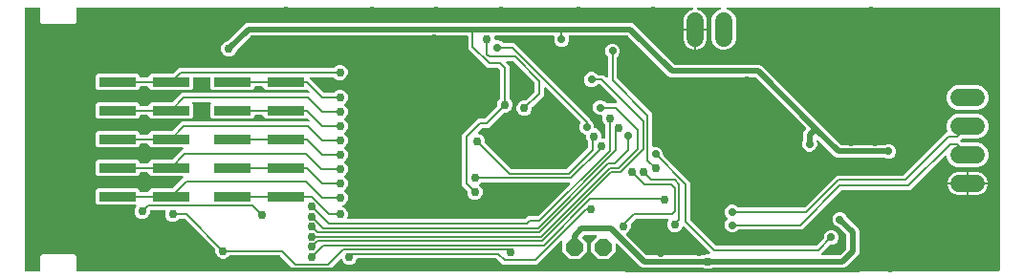
<source format=gbl>
G04 EAGLE Gerber RS-274X export*
G75*
%MOMM*%
%FSLAX34Y34*%
%LPD*%
%INBottom Copper*%
%IPPOS*%
%AMOC8*
5,1,8,0,0,1.08239X$1,22.5*%
G01*
G04 Define Apertures*
%ADD10C,1.524000*%
%ADD11R,3.300000X0.850000*%
%ADD12P,1.64956X8X22.5*%
%ADD13C,0.706400*%
%ADD14C,0.508000*%
%ADD15C,0.756400*%
%ADD16C,0.200000*%
%ADD17C,0.304800*%
G36*
X16342Y8127D02*
X15952Y8048D01*
X4048Y8048D01*
X3688Y8115D01*
X3352Y8330D01*
X3127Y8658D01*
X3048Y9048D01*
X3048Y240952D01*
X3115Y241313D01*
X3330Y241648D01*
X3658Y241873D01*
X4048Y241952D01*
X15952Y241952D01*
X16313Y241885D01*
X16648Y241670D01*
X16873Y241342D01*
X16952Y240952D01*
X16952Y228737D01*
X18737Y226952D01*
X47263Y226952D01*
X49048Y228737D01*
X49048Y240952D01*
X49115Y241313D01*
X49330Y241648D01*
X49658Y241873D01*
X50048Y241952D01*
X594492Y241952D01*
X594830Y241893D01*
X595170Y241687D01*
X595403Y241364D01*
X595492Y240976D01*
X595422Y240584D01*
X595205Y240251D01*
X594875Y240028D01*
X591145Y238483D01*
X588287Y235625D01*
X586740Y231891D01*
X586740Y223250D01*
X607060Y223250D01*
X607060Y231891D01*
X605513Y235625D01*
X602655Y238483D01*
X598926Y240028D01*
X598636Y240212D01*
X598400Y240533D01*
X598309Y240920D01*
X598375Y241313D01*
X598590Y241648D01*
X598918Y241873D01*
X599308Y241952D01*
X618564Y241952D01*
X618902Y241893D01*
X619243Y241687D01*
X619476Y241364D01*
X619564Y240976D01*
X619494Y240584D01*
X619277Y240251D01*
X618947Y240028D01*
X616257Y238914D01*
X613256Y235913D01*
X611632Y231992D01*
X611632Y212508D01*
X613256Y208587D01*
X616257Y205586D01*
X620178Y203962D01*
X624422Y203962D01*
X628343Y205586D01*
X631344Y208587D01*
X632968Y212508D01*
X632968Y231992D01*
X631344Y235913D01*
X628343Y238914D01*
X625653Y240028D01*
X625363Y240212D01*
X625128Y240533D01*
X625036Y240920D01*
X625103Y241313D01*
X625317Y241648D01*
X625646Y241873D01*
X626036Y241952D01*
X865777Y241952D01*
X866138Y241885D01*
X866473Y241670D01*
X866698Y241342D01*
X866777Y240952D01*
X866777Y9048D01*
X866710Y8688D01*
X866495Y8352D01*
X866167Y8127D01*
X865777Y8048D01*
X610776Y8048D01*
X610438Y8107D01*
X610098Y8313D01*
X609865Y8636D01*
X609776Y9024D01*
X609846Y9416D01*
X610063Y9749D01*
X610393Y9972D01*
X612313Y10767D01*
X612425Y10843D01*
X612815Y10922D01*
X728822Y10922D01*
X730875Y11773D01*
X741337Y22235D01*
X742188Y24288D01*
X742188Y43657D01*
X741337Y45710D01*
X731881Y55167D01*
X731664Y55491D01*
X730748Y57702D01*
X728897Y59553D01*
X726479Y60555D01*
X723861Y60555D01*
X721443Y59553D01*
X719592Y57702D01*
X718590Y55284D01*
X718590Y52666D01*
X719592Y50248D01*
X721443Y48397D01*
X723654Y47481D01*
X723978Y47264D01*
X730719Y40523D01*
X730933Y40206D01*
X731012Y39816D01*
X731012Y28129D01*
X730939Y27754D01*
X730719Y27422D01*
X725688Y22391D01*
X725371Y22177D01*
X724981Y22098D01*
X709687Y22098D01*
X709341Y22160D01*
X709003Y22369D01*
X708772Y22693D01*
X708687Y23082D01*
X708760Y23473D01*
X708980Y23805D01*
X716402Y31227D01*
X716719Y31441D01*
X717109Y31520D01*
X718859Y31520D01*
X721277Y32522D01*
X723128Y34373D01*
X724130Y36791D01*
X724130Y39409D01*
X723128Y41827D01*
X721277Y43678D01*
X718859Y44680D01*
X716241Y44680D01*
X713823Y43678D01*
X711972Y41827D01*
X710970Y39409D01*
X710970Y37659D01*
X710897Y37284D01*
X710677Y36952D01*
X704831Y31106D01*
X704514Y30892D01*
X704124Y30813D01*
X616041Y30813D01*
X615666Y30886D01*
X615334Y31106D01*
X592986Y53454D01*
X592772Y53771D01*
X592693Y54161D01*
X592693Y86767D01*
X568848Y110612D01*
X568634Y110929D01*
X568555Y111319D01*
X568555Y113069D01*
X567553Y115487D01*
X565702Y117338D01*
X563284Y118340D01*
X560666Y118340D01*
X560421Y118238D01*
X560070Y118163D01*
X559678Y118229D01*
X559342Y118444D01*
X559117Y118772D01*
X559038Y119162D01*
X559038Y147727D01*
X528216Y178549D01*
X528002Y178866D01*
X527923Y179256D01*
X527923Y197528D01*
X527996Y197904D01*
X528216Y198235D01*
X529453Y199473D01*
X530455Y201891D01*
X530455Y204509D01*
X529453Y206927D01*
X527602Y208778D01*
X525184Y209780D01*
X522566Y209780D01*
X520148Y208778D01*
X518297Y206927D01*
X517295Y204509D01*
X517295Y201891D01*
X518297Y199473D01*
X519534Y198235D01*
X519748Y197918D01*
X519827Y197528D01*
X519827Y180462D01*
X519765Y180116D01*
X519556Y179778D01*
X519232Y179547D01*
X518843Y179462D01*
X518452Y179535D01*
X518120Y179755D01*
X516027Y181848D01*
X511132Y181848D01*
X510756Y181921D01*
X510425Y182141D01*
X509127Y183438D01*
X506709Y184440D01*
X504091Y184440D01*
X501673Y183438D01*
X499822Y181587D01*
X498820Y179169D01*
X498820Y176551D01*
X499822Y174133D01*
X501673Y172282D01*
X504091Y171280D01*
X506709Y171280D01*
X509127Y172282D01*
X510305Y173459D01*
X510622Y173673D01*
X511012Y173752D01*
X512259Y173752D01*
X512634Y173679D01*
X512966Y173459D01*
X527635Y158790D01*
X527836Y158502D01*
X527928Y158115D01*
X527861Y157723D01*
X527646Y157387D01*
X527318Y157162D01*
X526928Y157083D01*
X518752Y157083D01*
X518376Y157156D01*
X518045Y157376D01*
X516807Y158613D01*
X514389Y159615D01*
X511771Y159615D01*
X509353Y158613D01*
X507502Y156762D01*
X506500Y154344D01*
X506500Y151726D01*
X507502Y149308D01*
X509353Y147457D01*
X511771Y146455D01*
X513666Y146455D01*
X514019Y146391D01*
X514356Y146179D01*
X514583Y145852D01*
X514666Y145463D01*
X514589Y145072D01*
X514505Y144869D01*
X514505Y142151D01*
X515545Y139641D01*
X516994Y138192D01*
X517208Y137875D01*
X517287Y137485D01*
X517287Y126155D01*
X517223Y125802D01*
X517011Y125465D01*
X516684Y125237D01*
X516295Y125155D01*
X515904Y125231D01*
X514974Y125616D01*
X514835Y125642D01*
X514499Y125857D01*
X514274Y126185D01*
X514195Y126575D01*
X514195Y128994D01*
X513155Y131504D01*
X511234Y133425D01*
X508724Y134465D01*
X508595Y134465D01*
X508235Y134532D01*
X507899Y134747D01*
X507674Y135075D01*
X507595Y135465D01*
X507595Y137199D01*
X506593Y139617D01*
X505356Y140855D01*
X505142Y141172D01*
X505063Y141562D01*
X505063Y142012D01*
X436652Y210423D01*
X427312Y210423D01*
X426936Y210496D01*
X426605Y210716D01*
X425367Y211953D01*
X422949Y212955D01*
X420580Y212955D01*
X420220Y213022D01*
X419884Y213237D01*
X419659Y213565D01*
X419580Y213955D01*
X419580Y214747D01*
X419359Y215279D01*
X419284Y215630D01*
X419350Y216023D01*
X419565Y216358D01*
X419893Y216583D01*
X420283Y216662D01*
X471605Y216662D01*
X471958Y216598D01*
X472295Y216386D01*
X472523Y216059D01*
X472605Y215670D01*
X472529Y215279D01*
X472210Y214509D01*
X472210Y211891D01*
X473212Y209473D01*
X475063Y207622D01*
X477481Y206620D01*
X480099Y206620D01*
X482517Y207622D01*
X484368Y209473D01*
X485370Y211891D01*
X485370Y214509D01*
X485051Y215279D01*
X484975Y215630D01*
X485042Y216023D01*
X485256Y216358D01*
X485585Y216583D01*
X485975Y216662D01*
X537021Y216662D01*
X537396Y216589D01*
X537728Y216369D01*
X573415Y180683D01*
X575468Y179832D01*
X650051Y179832D01*
X650426Y179759D01*
X650758Y179539D01*
X695288Y135010D01*
X695495Y134707D01*
X695581Y134318D01*
X695508Y133927D01*
X695288Y133595D01*
X693763Y132070D01*
X692912Y130017D01*
X692912Y124553D01*
X692836Y124170D01*
X691920Y121959D01*
X691920Y119341D01*
X692922Y116923D01*
X694773Y115072D01*
X697191Y114070D01*
X699809Y114070D01*
X702227Y115072D01*
X704078Y116923D01*
X705080Y119341D01*
X705080Y121959D01*
X704700Y122877D01*
X704625Y123212D01*
X704685Y123605D01*
X704894Y123944D01*
X705219Y124174D01*
X705608Y124259D01*
X705999Y124186D01*
X706331Y123967D01*
X720735Y109563D01*
X722788Y108712D01*
X764447Y108712D01*
X764830Y108636D01*
X767041Y107720D01*
X769659Y107720D01*
X772077Y108722D01*
X773928Y110573D01*
X774930Y112991D01*
X774930Y115609D01*
X773928Y118027D01*
X772077Y119878D01*
X769659Y120880D01*
X767041Y120880D01*
X764830Y119964D01*
X764447Y119888D01*
X726629Y119888D01*
X726254Y119961D01*
X725922Y120181D01*
X655945Y190157D01*
X653892Y191008D01*
X579309Y191008D01*
X578934Y191081D01*
X578602Y191301D01*
X542915Y226987D01*
X540862Y227838D01*
X200183Y227838D01*
X198130Y226987D01*
X183370Y212228D01*
X183053Y212014D01*
X182915Y211986D01*
X180281Y210895D01*
X178360Y208974D01*
X177320Y206464D01*
X177320Y203746D01*
X178360Y201236D01*
X180281Y199315D01*
X182791Y198275D01*
X185509Y198275D01*
X188019Y199315D01*
X189940Y201236D01*
X191027Y203860D01*
X191053Y203993D01*
X191273Y204325D01*
X203317Y216369D01*
X203634Y216583D01*
X204024Y216662D01*
X395002Y216662D01*
X395363Y216595D01*
X395698Y216380D01*
X395923Y216052D01*
X396002Y215662D01*
X396002Y205420D01*
X412978Y188444D01*
X422002Y188444D01*
X422377Y188371D01*
X422709Y188151D01*
X424284Y186576D01*
X424498Y186259D01*
X424577Y185869D01*
X424577Y161600D01*
X424504Y161225D01*
X424284Y160893D01*
X422835Y159444D01*
X421795Y156934D01*
X421795Y154884D01*
X421722Y154509D01*
X421502Y154177D01*
X410731Y143406D01*
X410414Y143192D01*
X410024Y143113D01*
X404723Y143113D01*
X390287Y128677D01*
X390287Y84048D01*
X394832Y79503D01*
X395046Y79186D01*
X395125Y78796D01*
X395125Y76746D01*
X396165Y74236D01*
X398086Y72315D01*
X400596Y71275D01*
X403314Y71275D01*
X405824Y72315D01*
X407745Y74236D01*
X408785Y76746D01*
X408785Y79464D01*
X407745Y81974D01*
X405971Y83748D01*
X405764Y84050D01*
X405678Y84439D01*
X405751Y84830D01*
X405971Y85162D01*
X407273Y86464D01*
X407590Y86678D01*
X407980Y86757D01*
X485018Y86757D01*
X485364Y86695D01*
X485702Y86486D01*
X485933Y86162D01*
X486018Y85773D01*
X485945Y85382D01*
X485725Y85050D01*
X457721Y57046D01*
X457404Y56832D01*
X457014Y56753D01*
X449173Y56753D01*
X446926Y54506D01*
X446609Y54292D01*
X446219Y54213D01*
X289722Y54213D01*
X289369Y54277D01*
X289032Y54489D01*
X288804Y54816D01*
X288722Y55205D01*
X288798Y55596D01*
X289405Y57061D01*
X289405Y59779D01*
X288365Y62289D01*
X286444Y64210D01*
X285023Y64799D01*
X284728Y64988D01*
X284495Y65311D01*
X284406Y65699D01*
X284476Y66090D01*
X284693Y66424D01*
X285023Y66646D01*
X286444Y67235D01*
X288365Y69156D01*
X289405Y71666D01*
X289405Y74384D01*
X288365Y76894D01*
X286591Y78668D01*
X286384Y78970D01*
X286298Y79359D01*
X286371Y79750D01*
X286591Y80082D01*
X288365Y81856D01*
X289405Y84366D01*
X289405Y87084D01*
X288365Y89594D01*
X286591Y91368D01*
X286384Y91670D01*
X286298Y92059D01*
X286371Y92450D01*
X286591Y92782D01*
X288365Y94556D01*
X289405Y97066D01*
X289405Y99784D01*
X288365Y102294D01*
X286591Y104068D01*
X286384Y104370D01*
X286298Y104759D01*
X286371Y105150D01*
X286591Y105482D01*
X288365Y107256D01*
X289405Y109766D01*
X289405Y112484D01*
X288365Y114994D01*
X286591Y116768D01*
X286384Y117070D01*
X286298Y117459D01*
X286371Y117850D01*
X286591Y118182D01*
X288365Y119956D01*
X289405Y122466D01*
X289405Y125184D01*
X288365Y127694D01*
X286591Y129468D01*
X286384Y129770D01*
X286298Y130159D01*
X286371Y130550D01*
X286591Y130882D01*
X288365Y132656D01*
X289405Y135166D01*
X289405Y137884D01*
X288365Y140394D01*
X286591Y142168D01*
X286384Y142470D01*
X286298Y142859D01*
X286371Y143250D01*
X286591Y143582D01*
X288365Y145356D01*
X289405Y147866D01*
X289405Y150584D01*
X288365Y153094D01*
X286591Y154868D01*
X286384Y155170D01*
X286298Y155559D01*
X286371Y155950D01*
X286591Y156282D01*
X288365Y158056D01*
X289405Y160566D01*
X289405Y163284D01*
X288365Y165794D01*
X286444Y167715D01*
X283934Y168755D01*
X281216Y168755D01*
X278706Y167715D01*
X277257Y166266D01*
X276940Y166052D01*
X276550Y165973D01*
X268791Y165973D01*
X268416Y166046D01*
X268084Y166266D01*
X255955Y178395D01*
X255754Y178683D01*
X255662Y179070D01*
X255729Y179463D01*
X255944Y179798D01*
X256272Y180023D01*
X256662Y180102D01*
X276550Y180102D01*
X276925Y180029D01*
X277257Y179809D01*
X278706Y178360D01*
X281216Y177320D01*
X283934Y177320D01*
X286444Y178360D01*
X288365Y180281D01*
X289405Y182791D01*
X289405Y185509D01*
X288365Y188019D01*
X286444Y189940D01*
X283934Y190980D01*
X281216Y190980D01*
X278706Y189940D01*
X277257Y188491D01*
X276940Y188277D01*
X276550Y188198D01*
X139373Y188198D01*
X134566Y183391D01*
X134249Y183177D01*
X133859Y183098D01*
X114937Y183098D01*
X113152Y181313D01*
X113152Y180848D01*
X113085Y180488D01*
X112870Y180152D01*
X112542Y179927D01*
X112152Y179848D01*
X106248Y179848D01*
X105888Y179915D01*
X105552Y180130D01*
X105327Y180458D01*
X105248Y180848D01*
X105248Y181313D01*
X103463Y183098D01*
X67937Y183098D01*
X66152Y181313D01*
X66152Y170287D01*
X67937Y168502D01*
X103463Y168502D01*
X105248Y170287D01*
X105248Y170752D01*
X105315Y171113D01*
X105530Y171448D01*
X105858Y171673D01*
X106248Y171752D01*
X112152Y171752D01*
X112513Y171685D01*
X112848Y171470D01*
X113073Y171142D01*
X113152Y170752D01*
X113152Y170287D01*
X114937Y168502D01*
X150463Y168502D01*
X152248Y170287D01*
X152248Y179102D01*
X152315Y179463D01*
X152530Y179798D01*
X152858Y180023D01*
X153248Y180102D01*
X166752Y180102D01*
X167113Y180035D01*
X167448Y179820D01*
X167673Y179492D01*
X167752Y179102D01*
X167752Y170287D01*
X169537Y168502D01*
X205063Y168502D01*
X206848Y170287D01*
X206848Y170752D01*
X206915Y171113D01*
X207130Y171448D01*
X207458Y171673D01*
X207848Y171752D01*
X213752Y171752D01*
X214113Y171685D01*
X214448Y171470D01*
X214673Y171142D01*
X214752Y170752D01*
X214752Y170287D01*
X216537Y168502D01*
X252063Y168502D01*
X252523Y168963D01*
X252826Y169170D01*
X253214Y169256D01*
X253606Y169183D01*
X253938Y168963D01*
X255220Y167680D01*
X255421Y167392D01*
X255513Y167005D01*
X255446Y166613D01*
X255231Y166277D01*
X254903Y166052D01*
X254513Y165973D01*
X142548Y165973D01*
X134566Y157991D01*
X134249Y157777D01*
X133859Y157698D01*
X114937Y157698D01*
X113152Y155913D01*
X113152Y155448D01*
X113085Y155088D01*
X112870Y154752D01*
X112542Y154527D01*
X112152Y154448D01*
X106248Y154448D01*
X105888Y154515D01*
X105552Y154730D01*
X105327Y155058D01*
X105248Y155448D01*
X105248Y155913D01*
X103463Y157698D01*
X67937Y157698D01*
X66152Y155913D01*
X66152Y144887D01*
X67937Y143102D01*
X103463Y143102D01*
X105248Y144887D01*
X105248Y145352D01*
X105315Y145713D01*
X105530Y146048D01*
X105858Y146273D01*
X106248Y146352D01*
X112152Y146352D01*
X112513Y146285D01*
X112848Y146070D01*
X113073Y145742D01*
X113152Y145352D01*
X113152Y144887D01*
X114937Y143102D01*
X150463Y143102D01*
X152248Y144887D01*
X152248Y155913D01*
X151991Y156170D01*
X151790Y156458D01*
X151698Y156845D01*
X151765Y157238D01*
X151979Y157573D01*
X152308Y157798D01*
X152698Y157877D01*
X167302Y157877D01*
X167648Y157815D01*
X167986Y157606D01*
X168217Y157282D01*
X168302Y156893D01*
X168229Y156502D01*
X168009Y156170D01*
X167752Y155913D01*
X167752Y144887D01*
X169537Y143102D01*
X205063Y143102D01*
X206848Y144887D01*
X206848Y145352D01*
X206915Y145713D01*
X207130Y146048D01*
X207458Y146273D01*
X207848Y146352D01*
X213752Y146352D01*
X214113Y146285D01*
X214448Y146070D01*
X214673Y145742D01*
X214752Y145352D01*
X214752Y144887D01*
X216537Y143102D01*
X252063Y143102D01*
X252523Y143563D01*
X252826Y143770D01*
X253214Y143856D01*
X253606Y143783D01*
X253938Y143563D01*
X255220Y142280D01*
X255421Y141992D01*
X255513Y141605D01*
X255446Y141213D01*
X255231Y140877D01*
X254903Y140652D01*
X254513Y140573D01*
X142548Y140573D01*
X134566Y132591D01*
X134249Y132377D01*
X133859Y132298D01*
X114937Y132298D01*
X113152Y130513D01*
X113152Y130048D01*
X113085Y129688D01*
X112870Y129352D01*
X112542Y129127D01*
X112152Y129048D01*
X106248Y129048D01*
X105888Y129115D01*
X105552Y129330D01*
X105327Y129658D01*
X105248Y130048D01*
X105248Y130513D01*
X103463Y132298D01*
X67937Y132298D01*
X66152Y130513D01*
X66152Y119487D01*
X67937Y117702D01*
X103463Y117702D01*
X105248Y119487D01*
X105248Y119952D01*
X105315Y120313D01*
X105530Y120648D01*
X105858Y120873D01*
X106248Y120952D01*
X112152Y120952D01*
X112513Y120885D01*
X112848Y120670D01*
X113073Y120342D01*
X113152Y119952D01*
X113152Y119487D01*
X114937Y117702D01*
X142663Y117702D01*
X143009Y117640D01*
X143347Y117431D01*
X143578Y117107D01*
X143663Y116718D01*
X143590Y116327D01*
X143370Y115995D01*
X134566Y107191D01*
X134249Y106977D01*
X133859Y106898D01*
X114937Y106898D01*
X113152Y105113D01*
X113152Y104648D01*
X113085Y104288D01*
X112870Y103952D01*
X112542Y103727D01*
X112152Y103648D01*
X106248Y103648D01*
X105888Y103715D01*
X105552Y103930D01*
X105327Y104258D01*
X105248Y104648D01*
X105248Y105113D01*
X103463Y106898D01*
X67937Y106898D01*
X66152Y105113D01*
X66152Y94087D01*
X67937Y92302D01*
X103463Y92302D01*
X105248Y94087D01*
X105248Y94552D01*
X105315Y94913D01*
X105530Y95248D01*
X105858Y95473D01*
X106248Y95552D01*
X112152Y95552D01*
X112513Y95485D01*
X112848Y95270D01*
X113073Y94942D01*
X113152Y94552D01*
X113152Y94087D01*
X114937Y92302D01*
X142663Y92302D01*
X143009Y92240D01*
X143347Y92031D01*
X143578Y91707D01*
X143663Y91318D01*
X143590Y90927D01*
X143370Y90595D01*
X134566Y81791D01*
X134249Y81577D01*
X133859Y81498D01*
X114937Y81498D01*
X113152Y79713D01*
X113152Y79248D01*
X113085Y78888D01*
X112870Y78552D01*
X112542Y78327D01*
X112152Y78248D01*
X106248Y78248D01*
X105888Y78315D01*
X105552Y78530D01*
X105327Y78858D01*
X105248Y79248D01*
X105248Y79713D01*
X103463Y81498D01*
X67937Y81498D01*
X66152Y79713D01*
X66152Y68687D01*
X67937Y66902D01*
X101184Y66902D01*
X101529Y66840D01*
X101868Y66631D01*
X102098Y66307D01*
X102184Y65918D01*
X102111Y65527D01*
X101891Y65195D01*
X101525Y64829D01*
X100485Y62319D01*
X100485Y59601D01*
X101525Y57091D01*
X103446Y55170D01*
X105956Y54130D01*
X108674Y54130D01*
X111184Y55170D01*
X113105Y57091D01*
X114145Y59601D01*
X114145Y60992D01*
X114212Y61353D01*
X114427Y61688D01*
X114755Y61913D01*
X115145Y61992D01*
X127210Y61992D01*
X127563Y61928D01*
X127900Y61716D01*
X128128Y61389D01*
X128210Y61000D01*
X128134Y60609D01*
X127790Y59779D01*
X127790Y57061D01*
X128830Y54551D01*
X130751Y52630D01*
X133261Y51590D01*
X135979Y51590D01*
X138489Y52630D01*
X139938Y54079D01*
X140255Y54293D01*
X140645Y54372D01*
X144594Y54372D01*
X144969Y54299D01*
X145301Y54079D01*
X171947Y27433D01*
X172161Y27116D01*
X172240Y26726D01*
X172240Y24676D01*
X173280Y22166D01*
X175201Y20245D01*
X177711Y19205D01*
X180429Y19205D01*
X182939Y20245D01*
X184388Y21694D01*
X184705Y21908D01*
X185095Y21987D01*
X229049Y21987D01*
X229424Y21914D01*
X229756Y21694D01*
X241695Y9755D01*
X241896Y9467D01*
X241988Y9080D01*
X241921Y8688D01*
X241706Y8352D01*
X241378Y8127D01*
X240988Y8048D01*
X50048Y8048D01*
X49688Y8115D01*
X49352Y8330D01*
X49127Y8658D01*
X49048Y9048D01*
X49048Y21263D01*
X47263Y23048D01*
X18737Y23048D01*
X16952Y21263D01*
X16952Y9048D01*
X16885Y8688D01*
X16670Y8352D01*
X16342Y8127D01*
G37*
%LPC*%
G36*
X597900Y204470D02*
X598921Y204470D01*
X602655Y206017D01*
X605513Y208875D01*
X607060Y212609D01*
X607060Y221250D01*
X597900Y221250D01*
X597900Y204470D01*
G37*
G36*
X594879Y204470D02*
X595900Y204470D01*
X595900Y221250D01*
X586740Y221250D01*
X586740Y212609D01*
X588287Y208875D01*
X591145Y206017D01*
X594879Y204470D01*
G37*
G36*
X828458Y151232D02*
X847942Y151232D01*
X851863Y152856D01*
X854864Y155857D01*
X856488Y159778D01*
X856488Y164022D01*
X854864Y167943D01*
X851863Y170944D01*
X847942Y172568D01*
X828458Y172568D01*
X824537Y170944D01*
X821536Y167943D01*
X819912Y164022D01*
X819912Y159778D01*
X821536Y155857D01*
X824537Y152856D01*
X828458Y151232D01*
G37*
G36*
X628611Y42315D02*
X631229Y42315D01*
X633647Y43317D01*
X634885Y44554D01*
X635202Y44768D01*
X635592Y44847D01*
X691922Y44847D01*
X726554Y79479D01*
X726871Y79693D01*
X727261Y79772D01*
X787807Y79772D01*
X818205Y110170D01*
X818493Y110371D01*
X818880Y110463D01*
X819273Y110396D01*
X819608Y110181D01*
X819833Y109853D01*
X819912Y109463D01*
X819912Y108978D01*
X821536Y105057D01*
X824537Y102056D01*
X828458Y100432D01*
X847942Y100432D01*
X851863Y102056D01*
X854864Y105057D01*
X856488Y108978D01*
X856488Y113222D01*
X854864Y117143D01*
X851863Y120144D01*
X847942Y121768D01*
X833671Y121768D01*
X833296Y121841D01*
X832964Y122061D01*
X831932Y123093D01*
X831724Y123395D01*
X831639Y123784D01*
X831712Y124175D01*
X831932Y124507D01*
X832964Y125539D01*
X833281Y125753D01*
X833671Y125832D01*
X847942Y125832D01*
X851863Y127456D01*
X854864Y130457D01*
X856488Y134378D01*
X856488Y138622D01*
X854864Y142543D01*
X851863Y145544D01*
X847942Y147168D01*
X828458Y147168D01*
X824537Y145544D01*
X821536Y142543D01*
X819912Y138622D01*
X819912Y134378D01*
X820719Y132431D01*
X820794Y132080D01*
X820727Y131688D01*
X820513Y131352D01*
X820185Y131127D01*
X820069Y131104D01*
X782206Y93241D01*
X781889Y93027D01*
X781499Y92948D01*
X722223Y92948D01*
X693941Y64666D01*
X693624Y64452D01*
X693234Y64373D01*
X635592Y64373D01*
X635216Y64446D01*
X634885Y64666D01*
X633647Y65903D01*
X631229Y66905D01*
X628611Y66905D01*
X626193Y65903D01*
X624342Y64052D01*
X623340Y61634D01*
X623340Y59016D01*
X624342Y56598D01*
X625622Y55317D01*
X625830Y55015D01*
X625915Y54626D01*
X625842Y54235D01*
X625622Y53903D01*
X624342Y52622D01*
X623340Y50204D01*
X623340Y47586D01*
X624342Y45168D01*
X626193Y43317D01*
X628611Y42315D01*
G37*
G36*
X820420Y86700D02*
X837200Y86700D01*
X837200Y95860D01*
X828559Y95860D01*
X824825Y94313D01*
X821967Y91455D01*
X820420Y87721D01*
X820420Y86700D01*
G37*
G36*
X839200Y86700D02*
X855980Y86700D01*
X855980Y87721D01*
X854433Y91455D01*
X851575Y94313D01*
X847841Y95860D01*
X839200Y95860D01*
X839200Y86700D01*
G37*
G36*
X839200Y75540D02*
X847841Y75540D01*
X851575Y77087D01*
X854433Y79945D01*
X855980Y83679D01*
X855980Y84700D01*
X839200Y84700D01*
X839200Y75540D01*
G37*
G36*
X828559Y75540D02*
X837200Y75540D01*
X837200Y84700D01*
X820420Y84700D01*
X820420Y83679D01*
X821967Y79945D01*
X824825Y77087D01*
X828559Y75540D01*
G37*
%LPD*%
G36*
X483439Y98742D02*
X483049Y98663D01*
X434526Y98663D01*
X434151Y98736D01*
X433819Y98956D01*
X410983Y121792D01*
X410769Y122109D01*
X410690Y122499D01*
X410690Y124549D01*
X409650Y127059D01*
X407729Y128980D01*
X405089Y130074D01*
X404787Y130268D01*
X404557Y130593D01*
X404472Y130982D01*
X404545Y131373D01*
X404764Y131705D01*
X407784Y134724D01*
X408101Y134938D01*
X408491Y135017D01*
X413792Y135017D01*
X427227Y148452D01*
X427544Y148666D01*
X427934Y148745D01*
X429984Y148745D01*
X432494Y149785D01*
X434415Y151706D01*
X435455Y154216D01*
X435455Y156934D01*
X434415Y159444D01*
X432966Y160893D01*
X432752Y161210D01*
X432673Y161600D01*
X432673Y189637D01*
X429945Y192365D01*
X429744Y192653D01*
X429652Y193040D01*
X429719Y193433D01*
X429934Y193768D01*
X430262Y193993D01*
X430652Y194072D01*
X435424Y194072D01*
X435799Y193999D01*
X436131Y193779D01*
X454764Y175146D01*
X454978Y174829D01*
X455057Y174439D01*
X455057Y167826D01*
X454984Y167451D01*
X454764Y167119D01*
X447168Y159523D01*
X446851Y159309D01*
X446461Y159230D01*
X444411Y159230D01*
X441901Y158190D01*
X439980Y156269D01*
X438940Y153759D01*
X438940Y151041D01*
X439980Y148531D01*
X441901Y146610D01*
X444411Y145570D01*
X447129Y145570D01*
X449639Y146610D01*
X451560Y148531D01*
X452600Y151041D01*
X452600Y153091D01*
X452673Y153466D01*
X452893Y153798D01*
X463153Y164058D01*
X463153Y170058D01*
X463215Y170404D01*
X463424Y170742D01*
X463748Y170973D01*
X464137Y171058D01*
X464528Y170985D01*
X464860Y170765D01*
X495132Y140494D01*
X495342Y140184D01*
X495424Y139795D01*
X495348Y139404D01*
X494435Y137199D01*
X494435Y134581D01*
X495437Y132163D01*
X497288Y130312D01*
X499846Y129252D01*
X499896Y129243D01*
X500231Y129028D01*
X500456Y128700D01*
X500535Y128310D01*
X500535Y126276D01*
X501575Y123766D01*
X501754Y123587D01*
X501968Y123270D01*
X502047Y122880D01*
X502047Y117661D01*
X501974Y117286D01*
X501754Y116954D01*
X483756Y98956D01*
X483439Y98742D01*
G37*
G36*
X604235Y22177D02*
X603845Y22098D01*
X554544Y22098D01*
X554169Y22171D01*
X553837Y22391D01*
X535976Y40252D01*
X535772Y40547D01*
X535683Y40935D01*
X535753Y41327D01*
X535970Y41660D01*
X536300Y41883D01*
X536951Y42152D01*
X538873Y44074D01*
X539913Y46584D01*
X539913Y49269D01*
X539986Y49644D01*
X540205Y49976D01*
X544309Y54079D01*
X544626Y54293D01*
X545016Y54372D01*
X572236Y54372D01*
X572589Y54308D01*
X572926Y54096D01*
X573154Y53769D01*
X573236Y53380D01*
X573160Y52989D01*
X572290Y50889D01*
X572290Y48171D01*
X573330Y45661D01*
X575251Y43740D01*
X577761Y42700D01*
X580479Y42700D01*
X582989Y43740D01*
X584910Y45661D01*
X585632Y47403D01*
X585826Y47705D01*
X586151Y47935D01*
X586540Y48020D01*
X586931Y47947D01*
X587263Y47728D01*
X609943Y25047D01*
X610144Y24759D01*
X610236Y24372D01*
X610169Y23980D01*
X609954Y23644D01*
X609626Y23419D01*
X609236Y23340D01*
X606971Y23340D01*
X604347Y22253D01*
X604235Y22177D01*
G37*
G36*
X606274Y8127D02*
X605884Y8048D01*
X273997Y8048D01*
X273651Y8110D01*
X273313Y8319D01*
X273082Y8643D01*
X272997Y9032D01*
X273070Y9423D01*
X273290Y9755D01*
X282501Y18967D01*
X282796Y19171D01*
X283184Y19259D01*
X283576Y19189D01*
X283910Y18972D01*
X284132Y18642D01*
X285040Y16451D01*
X286961Y14530D01*
X289471Y13490D01*
X292189Y13490D01*
X294699Y14530D01*
X296620Y16451D01*
X297605Y18830D01*
X297811Y19143D01*
X298139Y19368D01*
X298529Y19447D01*
X420819Y19447D01*
X421194Y19374D01*
X421526Y19154D01*
X426948Y13732D01*
X456972Y13732D01*
X477845Y34605D01*
X478133Y34806D01*
X478520Y34898D01*
X478913Y34831D01*
X479248Y34616D01*
X479473Y34288D01*
X479552Y33898D01*
X479552Y24791D01*
X485801Y18542D01*
X494639Y18542D01*
X500888Y24791D01*
X500888Y33629D01*
X497342Y37175D01*
X497134Y37477D01*
X497049Y37866D01*
X497122Y38257D01*
X497342Y38589D01*
X498592Y39839D01*
X498909Y40053D01*
X499299Y40132D01*
X509041Y40132D01*
X509387Y40070D01*
X509725Y39861D01*
X509955Y39537D01*
X510041Y39148D01*
X509968Y38757D01*
X509748Y38425D01*
X504952Y33629D01*
X504952Y24791D01*
X511201Y18542D01*
X520039Y18542D01*
X526288Y24791D01*
X526288Y31720D01*
X526350Y32066D01*
X526559Y32404D01*
X526883Y32635D01*
X527272Y32720D01*
X527663Y32647D01*
X527995Y32427D01*
X548650Y11773D01*
X550703Y10922D01*
X603845Y10922D01*
X604220Y10849D01*
X604338Y10771D01*
X606267Y9972D01*
X606557Y9788D01*
X606792Y9467D01*
X606884Y9080D01*
X606817Y8688D01*
X606602Y8352D01*
X606274Y8127D01*
G37*
D10*
X845820Y85700D02*
X830580Y85700D01*
X830580Y111100D02*
X845820Y111100D01*
X845820Y136500D02*
X830580Y136500D01*
X830580Y161900D02*
X845820Y161900D01*
X622300Y214630D02*
X622300Y229870D01*
X596900Y229870D02*
X596900Y214630D01*
D11*
X234300Y175800D03*
X187300Y175800D03*
X187300Y150400D03*
X187300Y125000D03*
X187300Y99600D03*
X187300Y74200D03*
X234300Y150400D03*
X234300Y125000D03*
X234300Y99600D03*
X234300Y74200D03*
X132700Y175800D03*
X85700Y175800D03*
X85700Y150400D03*
X85700Y125000D03*
X85700Y99600D03*
X85700Y74200D03*
X132700Y150400D03*
X132700Y125000D03*
X132700Y99600D03*
X132700Y74200D03*
D12*
X490220Y29210D03*
X515620Y29210D03*
D13*
X725170Y53975D03*
D14*
X522605Y45720D02*
X496570Y45720D01*
X727710Y16510D02*
X736600Y25400D01*
X736600Y42545D01*
X725170Y53975D01*
X551815Y16510D02*
X522605Y45720D01*
X551815Y16510D02*
X608330Y16510D01*
X727710Y16510D01*
D15*
X608330Y16510D03*
X445770Y152400D03*
D16*
X459105Y165735D01*
X459105Y176530D01*
X437515Y198120D01*
X414655Y198120D01*
X412750Y200025D01*
X412750Y213388D01*
D15*
X412750Y213388D03*
D14*
X490220Y39370D02*
X490220Y29210D01*
X490220Y39370D02*
X496570Y45720D01*
D13*
X501650Y203200D03*
X597290Y151560D03*
X390525Y61595D03*
X382270Y127000D03*
X642620Y177165D03*
X292735Y208915D03*
X262255Y199390D03*
X306070Y198755D03*
X729615Y193675D03*
X744855Y193675D03*
X744855Y168910D03*
X729615Y168275D03*
X737235Y180340D03*
X751205Y103505D03*
X749300Y37465D03*
X673100Y103505D03*
X652780Y125730D03*
X464185Y121285D03*
X631825Y118110D03*
X737235Y226695D03*
X473075Y186055D03*
X455295Y205740D03*
X468630Y11430D03*
X600075Y24765D03*
X566420Y24130D03*
X675640Y34925D03*
X745490Y12065D03*
X551815Y44450D03*
X417830Y184150D03*
X402590Y150495D03*
X563245Y123190D03*
X556260Y186055D03*
X577215Y170180D03*
X533400Y191135D03*
X535940Y203835D03*
X593725Y194945D03*
X584200Y195580D03*
X563245Y139700D03*
X782320Y118110D03*
X796925Y133985D03*
X796925Y179705D03*
X791845Y110490D03*
X735330Y122555D03*
X756285Y121920D03*
X739775Y104775D03*
X761365Y104775D03*
X749300Y52070D03*
X803910Y155575D03*
X789940Y227965D03*
X574040Y232410D03*
X645160Y202565D03*
X805180Y73660D03*
X811530Y181610D03*
X830580Y219710D03*
X849630Y200660D03*
X855980Y232410D03*
X830580Y16510D03*
X843280Y35560D03*
X365760Y214630D03*
X374015Y172720D03*
X419735Y15240D03*
X297180Y61595D03*
X339090Y59055D03*
X384175Y77470D03*
X381635Y104140D03*
X96520Y237490D03*
X164465Y237490D03*
X234315Y238760D03*
X311150Y238760D03*
X367665Y238760D03*
X424815Y239395D03*
X494030Y239395D03*
X560070Y239395D03*
X532765Y11430D03*
X682625Y40005D03*
X174625Y194945D03*
X209550Y196215D03*
X129540Y189230D03*
X108585Y189865D03*
X95885Y12065D03*
X148590Y11430D03*
X96520Y53975D03*
X85090Y60960D03*
X222250Y11430D03*
X433070Y73660D03*
X433705Y108585D03*
X443865Y122555D03*
X752475Y238760D03*
X644525Y238125D03*
X769620Y10795D03*
X589280Y106045D03*
X503555Y11430D03*
D17*
X224155Y9525D02*
X222250Y11430D01*
X224155Y9525D02*
X280035Y9525D01*
X532765Y11430D02*
X535671Y8524D01*
X741949Y8524D02*
X745490Y12065D01*
X741949Y8524D02*
X535671Y8524D01*
D13*
X8890Y22860D03*
X8890Y219710D03*
X40640Y207010D03*
X40640Y41910D03*
X27940Y124460D03*
D14*
X539750Y222250D02*
X576580Y185420D01*
X652780Y185420D01*
X723900Y114300D02*
X768350Y114300D01*
D13*
X768350Y114300D03*
D14*
X539750Y222250D02*
X479425Y222250D01*
X652780Y185420D02*
X703898Y134303D01*
X723900Y114300D01*
X703898Y134303D02*
X698500Y128905D01*
X698500Y120650D01*
D13*
X698500Y120650D03*
D16*
X479425Y222250D02*
X478790Y221615D01*
X478790Y213200D01*
D13*
X478790Y213200D03*
D15*
X107315Y60960D03*
D16*
X112395Y66040D01*
X205105Y66040D02*
X213360Y57785D01*
D15*
X213360Y57785D03*
D16*
X205105Y66040D02*
X112395Y66040D01*
D14*
X400050Y222250D02*
X479425Y222250D01*
X400050Y222250D02*
X201295Y222250D01*
X184150Y205105D01*
D15*
X184150Y205105D03*
X401955Y78105D03*
D16*
X394335Y85725D01*
X394335Y127000D02*
X406400Y139065D01*
X412115Y139065D01*
X428625Y155575D01*
D15*
X428625Y155575D03*
D16*
X394335Y127000D02*
X394335Y85725D01*
X428625Y155575D02*
X428625Y187960D01*
X424093Y192492D02*
X414655Y192492D01*
X400050Y207097D01*
X400050Y222250D01*
X424093Y192492D02*
X428625Y187960D01*
X234300Y175800D02*
X187300Y175800D01*
X234300Y175800D02*
X252825Y175800D01*
X266700Y161925D01*
X282575Y161925D01*
D15*
X282575Y161925D03*
D16*
X132700Y150400D02*
X85700Y150400D01*
X132700Y150400D02*
X144225Y161925D01*
X254000Y161925D02*
X266700Y149225D01*
X282575Y149225D01*
D15*
X282575Y149225D03*
D16*
X254000Y161925D02*
X144225Y161925D01*
X187300Y150400D02*
X234300Y150400D01*
X252825Y150400D01*
X266700Y136525D02*
X282575Y136525D01*
D15*
X282575Y136525D03*
D16*
X266700Y136525D02*
X252825Y150400D01*
D15*
X282575Y123825D03*
D16*
X266700Y123825D01*
X144225Y136525D02*
X132700Y125000D01*
X254000Y136525D02*
X266700Y123825D01*
X254000Y136525D02*
X144225Y136525D01*
X132700Y125000D02*
X85700Y125000D01*
X187300Y125000D02*
X234300Y125000D01*
X252825Y125000D01*
X266700Y111125D02*
X282575Y111125D01*
D15*
X282575Y111125D03*
D16*
X266700Y111125D02*
X252825Y125000D01*
X132700Y99600D02*
X85700Y99600D01*
X132700Y99600D02*
X144860Y111760D01*
X266065Y98425D02*
X282575Y98425D01*
D15*
X282575Y98425D03*
D16*
X252730Y111760D02*
X144860Y111760D01*
X252730Y111760D02*
X266065Y98425D01*
X234300Y99600D02*
X187300Y99600D01*
X234300Y99600D02*
X252825Y99600D01*
D15*
X282575Y85725D03*
D16*
X266700Y85725D02*
X252825Y99600D01*
X266700Y85725D02*
X282575Y85725D01*
X132700Y74200D02*
X85700Y74200D01*
X132700Y74200D02*
X146130Y87630D01*
X266700Y73025D02*
X282575Y73025D01*
D15*
X282575Y73025D03*
D16*
X252095Y87630D02*
X146130Y87630D01*
X252095Y87630D02*
X266700Y73025D01*
X132700Y175800D02*
X85700Y175800D01*
X132700Y175800D02*
X141050Y184150D01*
D15*
X282575Y184150D03*
D16*
X141050Y184150D01*
X187300Y74200D02*
X234300Y74200D01*
X257270Y74200D01*
X273050Y58420D02*
X282575Y58420D01*
D15*
X282575Y58420D03*
D16*
X273050Y58420D02*
X257270Y74200D01*
D15*
X541020Y95885D03*
D16*
X551815Y85090D01*
X575945Y85090D02*
X579120Y81915D01*
X575945Y85090D02*
X551815Y85090D01*
X579120Y81915D02*
X579120Y60960D01*
X576580Y58420D01*
X542925Y58420D01*
X532765Y48260D01*
X533083Y47943D01*
D15*
X533083Y47943D03*
X403860Y123190D03*
D16*
X432435Y94615D01*
X485140Y94615D02*
X506095Y115570D01*
X506095Y126365D01*
D15*
X507365Y127635D03*
D16*
X485140Y94615D02*
X432435Y94615D01*
X506095Y126365D02*
X507365Y127635D01*
D15*
X401955Y90805D03*
D16*
X487045Y90805D01*
X513715Y117475D02*
X513715Y118745D01*
D15*
X513715Y118745D03*
D16*
X513715Y117475D02*
X487045Y90805D01*
X505460Y177800D02*
X514350Y177800D01*
X505460Y177800D02*
X505400Y177860D01*
D13*
X505400Y177860D03*
D16*
X514350Y177800D02*
X551180Y140970D01*
D15*
X257175Y29845D03*
D16*
X262255Y34925D01*
X461645Y34925D01*
X522605Y95885D02*
X530860Y95885D01*
X551180Y116205D01*
X522605Y95885D02*
X461645Y34925D01*
X551180Y116205D02*
X551180Y140970D01*
D13*
X537845Y128270D03*
D15*
X257175Y47625D03*
D16*
X520065Y103505D02*
X525780Y103505D01*
X537845Y115570D01*
X520065Y103505D02*
X459105Y42545D01*
X537845Y115570D02*
X537845Y128270D01*
X262255Y42545D02*
X257175Y47625D01*
X262255Y42545D02*
X459105Y42545D01*
X513080Y153035D02*
X526415Y153035D01*
D13*
X513080Y153035D03*
D16*
X526415Y153035D02*
X546100Y133350D01*
D15*
X257175Y38735D03*
D16*
X460375Y38735D01*
X521335Y99695D01*
X529590Y99695D01*
X546100Y116205D01*
X546100Y133350D01*
D15*
X257175Y65405D03*
D16*
X272415Y50165D01*
D15*
X521335Y143510D03*
D16*
X450850Y52705D02*
X448310Y50165D01*
X272415Y50165D01*
X450850Y52705D02*
X459105Y52705D01*
X521335Y114935D01*
X521335Y143510D01*
D15*
X257175Y56515D03*
D16*
X267335Y46355D01*
X527050Y133350D02*
X528955Y135255D01*
D15*
X528955Y135255D03*
D16*
X457835Y46355D02*
X267335Y46355D01*
X457835Y46355D02*
X527050Y115570D01*
X527050Y133350D01*
D13*
X561975Y111760D03*
D16*
X588645Y85090D01*
X588645Y52070D01*
D13*
X717550Y38100D03*
D16*
X706215Y26765D01*
X613950Y26765D02*
X588645Y52070D01*
X613950Y26765D02*
X706215Y26765D01*
D15*
X551180Y95885D03*
D16*
X558165Y88900D01*
X579120Y88900D02*
X582930Y85090D01*
X582930Y53340D01*
X579120Y49530D01*
D15*
X579120Y49530D03*
D16*
X579120Y88900D02*
X558165Y88900D01*
D13*
X629920Y60325D03*
D16*
X695325Y60325D01*
X723900Y88900D01*
X783590Y88900D01*
X821690Y127000D01*
X828700Y127000D02*
X838200Y136500D01*
X828700Y127000D02*
X821690Y127000D01*
D13*
X629920Y48895D03*
D16*
X690245Y48895D01*
X725170Y83820D01*
X786130Y83820D01*
X828650Y120650D02*
X838200Y111100D01*
X828650Y120650D02*
X822960Y120650D01*
X786130Y83820D01*
D13*
X421640Y206375D03*
X501015Y135890D03*
D16*
X434975Y206375D02*
X421640Y206375D01*
X501015Y140335D02*
X501015Y135890D01*
X501015Y140335D02*
X434975Y206375D01*
D13*
X523875Y203200D03*
D16*
X523875Y177165D01*
X554990Y146050D01*
D15*
X561975Y99060D03*
D16*
X554990Y106045D02*
X554990Y146050D01*
X554990Y106045D02*
X561975Y99060D01*
D15*
X179070Y26035D03*
D16*
X146685Y58420D01*
X134620Y58420D01*
D15*
X134620Y58420D03*
D16*
X179070Y26035D02*
X231140Y26035D01*
X243205Y13970D01*
X271780Y13970D01*
X285115Y27305D01*
X430530Y27305D02*
X433070Y24765D01*
X433705Y24765D01*
D15*
X433705Y24765D03*
D16*
X430530Y27305D02*
X285115Y27305D01*
D15*
X290830Y20320D03*
D16*
X294005Y23495D01*
X500380Y62865D02*
X504825Y62865D01*
D15*
X504825Y62865D03*
D16*
X422910Y23495D02*
X294005Y23495D01*
X422910Y23495D02*
X428625Y17780D01*
X455295Y17780D01*
X500380Y62865D01*
D15*
X257175Y20955D03*
D16*
X267335Y31115D01*
D15*
X570230Y71120D03*
D16*
X462915Y31115D02*
X267335Y31115D01*
X462915Y31115D02*
X504190Y72390D01*
X568960Y72390D02*
X570230Y71120D01*
X568960Y72390D02*
X504190Y72390D01*
M02*

</source>
